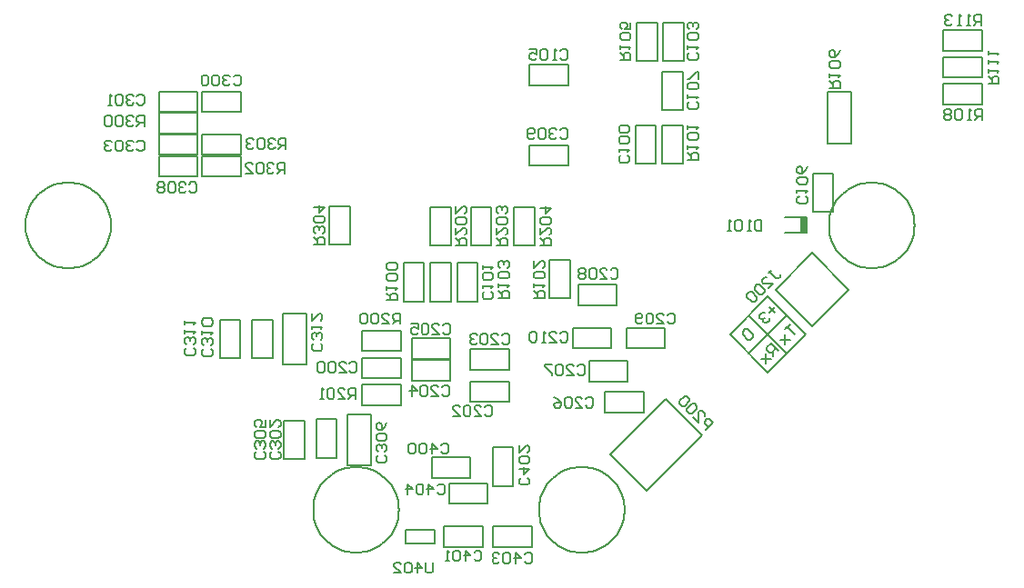
<source format=gbo>
%FSTAX23Y23*%
%MOIN*%
%SFA1B1*%

%IPPOS*%
%ADD39C,0.008000*%
%ADD60R,0.022000X0.055000*%
%LNpendulum-1*%
%LPD*%
G54D39*
X03348Y00689D02*
D01*
X03347Y00699*
X03346Y0071*
X03344Y00721*
X03341Y00732*
X03338Y00742*
X03334Y00752*
X03329Y00762*
X03324Y00772*
X03318Y00781*
X03311Y00789*
X03303Y00798*
X03296Y00805*
X03287Y00812*
X03278Y00819*
X03269Y00824*
X03259Y0083*
X03249Y00834*
X03239Y00838*
X03228Y00841*
X03218Y00843*
X03207Y00845*
X03196Y00845*
X03185*
X03174Y00845*
X03163Y00843*
X03153Y00841*
X03142Y00838*
X03132Y00834*
X03122Y0083*
X03112Y00824*
X03103Y00819*
X03094Y00812*
X03085Y00805*
X03078Y00798*
X0307Y00789*
X03063Y00781*
X03057Y00772*
X03052Y00762*
X03047Y00752*
X03043Y00742*
X0304Y00732*
X03037Y00721*
X03035Y0071*
X03034Y00699*
X03034Y00689*
X03034Y00678*
X03035Y00667*
X03037Y00656*
X0304Y00645*
X03043Y00635*
X03047Y00625*
X03052Y00615*
X03057Y00605*
X03063Y00596*
X0307Y00588*
X03078Y00579*
X03085Y00572*
X03094Y00565*
X03103Y00558*
X03112Y00553*
X03122Y00547*
X03132Y00543*
X03142Y00539*
X03153Y00536*
X03163Y00534*
X03174Y00532*
X03185Y00532*
X03196*
X03207Y00532*
X03218Y00534*
X03228Y00536*
X03239Y00539*
X03249Y00543*
X03259Y00547*
X03269Y00553*
X03278Y00558*
X03287Y00565*
X03296Y00572*
X03303Y00579*
X03311Y00588*
X03318Y00596*
X03324Y00605*
X03329Y00615*
X03334Y00625*
X03338Y00635*
X03341Y00645*
X03344Y00656*
X03346Y00667*
X03347Y00678*
X03348Y00689*
X02521D02*
D01*
X0252Y00699*
X02519Y0071*
X02517Y00721*
X02514Y00732*
X02511Y00742*
X02507Y00752*
X02502Y00762*
X02497Y00772*
X02491Y00781*
X02484Y00789*
X02476Y00798*
X02469Y00805*
X0246Y00812*
X02451Y00819*
X02442Y00824*
X02432Y0083*
X02422Y00834*
X02412Y00838*
X02401Y00841*
X02391Y00843*
X0238Y00845*
X02369Y00845*
X02358*
X02347Y00845*
X02336Y00843*
X02326Y00841*
X02315Y00838*
X02305Y00834*
X02295Y0083*
X02285Y00824*
X02276Y00819*
X02267Y00812*
X02258Y00805*
X02251Y00798*
X02243Y00789*
X02236Y00781*
X0223Y00772*
X02225Y00762*
X0222Y00752*
X02216Y00742*
X02213Y00732*
X0221Y00721*
X02208Y0071*
X02207Y00699*
X02207Y00689*
X02207Y00678*
X02208Y00667*
X0221Y00656*
X02213Y00645*
X02216Y00635*
X0222Y00625*
X02225Y00615*
X0223Y00605*
X02236Y00596*
X02243Y00588*
X02251Y00579*
X02258Y00572*
X02267Y00565*
X02276Y00558*
X02285Y00553*
X02295Y00547*
X02305Y00543*
X02315Y00539*
X02326Y00536*
X02336Y00534*
X02347Y00532*
X02358Y00532*
X02369*
X0238Y00532*
X02391Y00534*
X02401Y00536*
X02412Y00539*
X02422Y00543*
X02432Y00547*
X02442Y00553*
X02451Y00558*
X0246Y00565*
X02469Y00572*
X02476Y00579*
X02484Y00588*
X02491Y00596*
X02497Y00605*
X02502Y00615*
X02507Y00625*
X02511Y00635*
X02514Y00645*
X02517Y00656*
X02519Y00667*
X0252Y00678*
X02521Y00689*
X01466Y01732D02*
D01*
X01465Y01742*
X01464Y01753*
X01462Y01764*
X01459Y01775*
X01456Y01785*
X01452Y01795*
X01447Y01805*
X01442Y01815*
X01436Y01824*
X01429Y01832*
X01421Y01841*
X01414Y01848*
X01405Y01855*
X01396Y01862*
X01387Y01867*
X01377Y01873*
X01367Y01877*
X01357Y01881*
X01346Y01884*
X01336Y01886*
X01325Y01888*
X01314Y01888*
X01303*
X01292Y01888*
X01281Y01886*
X01271Y01884*
X0126Y01881*
X0125Y01877*
X0124Y01873*
X0123Y01867*
X01221Y01862*
X01212Y01855*
X01203Y01848*
X01196Y01841*
X01188Y01832*
X01181Y01824*
X01175Y01815*
X0117Y01805*
X01165Y01795*
X01161Y01785*
X01158Y01775*
X01155Y01764*
X01153Y01753*
X01152Y01742*
X01152Y01732*
X01152Y01721*
X01153Y0171*
X01155Y01699*
X01158Y01688*
X01161Y01678*
X01165Y01668*
X0117Y01658*
X01175Y01648*
X01181Y01639*
X01188Y01631*
X01196Y01622*
X01203Y01615*
X01212Y01608*
X01221Y01601*
X0123Y01596*
X0124Y0159*
X0125Y01586*
X0126Y01582*
X01271Y01579*
X01281Y01577*
X01292Y01575*
X01303Y01575*
X01314*
X01325Y01575*
X01336Y01577*
X01346Y01579*
X01357Y01582*
X01367Y01586*
X01377Y0159*
X01387Y01596*
X01396Y01601*
X01405Y01608*
X01414Y01615*
X01421Y01622*
X01429Y01631*
X01436Y01639*
X01442Y01648*
X01447Y01658*
X01452Y01668*
X01456Y01678*
X01459Y01688*
X01462Y01699*
X01464Y0171*
X01465Y01721*
X01466Y01732*
X04411D02*
D01*
X0441Y01742*
X04409Y01753*
X04407Y01764*
X04404Y01775*
X04401Y01785*
X04397Y01795*
X04392Y01805*
X04387Y01815*
X04381Y01824*
X04374Y01832*
X04366Y01841*
X04359Y01848*
X0435Y01855*
X04341Y01862*
X04332Y01867*
X04322Y01873*
X04312Y01877*
X04302Y01881*
X04291Y01884*
X04281Y01886*
X0427Y01888*
X04259Y01888*
X04248*
X04237Y01888*
X04226Y01886*
X04216Y01884*
X04205Y01881*
X04195Y01877*
X04185Y01873*
X04175Y01867*
X04166Y01862*
X04157Y01855*
X04148Y01848*
X04141Y01841*
X04133Y01832*
X04126Y01824*
X0412Y01815*
X04115Y01805*
X0411Y01795*
X04106Y01785*
X04103Y01775*
X041Y01764*
X04098Y01753*
X04097Y01742*
X04097Y01732*
X04097Y01721*
X04098Y0171*
X041Y01699*
X04103Y01688*
X04106Y01678*
X0411Y01668*
X04115Y01658*
X0412Y01648*
X04126Y01639*
X04133Y01631*
X04141Y01622*
X04148Y01615*
X04157Y01608*
X04166Y01601*
X04175Y01596*
X04185Y0159*
X04195Y01586*
X04205Y01582*
X04216Y01579*
X04226Y01577*
X04237Y01575*
X04248Y01575*
X04259*
X0427Y01575*
X04281Y01577*
X04291Y01579*
X04302Y01582*
X04312Y01586*
X04322Y0159*
X04332Y01596*
X04341Y01601*
X0435Y01608*
X04359Y01615*
X04366Y01622*
X04374Y01631*
X04381Y01639*
X04387Y01648*
X04392Y01658*
X04397Y01668*
X04401Y01678*
X04404Y01688*
X04407Y01699*
X04409Y0171*
X0441Y01721*
X04411Y01732*
X04014Y01705D02*
Y0176D01*
X03935D02*
X04014D01*
X03935Y01705D02*
X04014D01*
X03177Y01439D02*
X03319D01*
X03177Y01514D02*
X03319D01*
X03177Y01439D02*
Y01514D01*
X03319Y01439D02*
Y01514D01*
X03Y02246D02*
X03142D01*
X03Y02321D02*
X03142D01*
X03Y02246D02*
Y02321D01*
X03142Y02246D02*
Y02321D01*
X02266Y01661D02*
Y01803D01*
X02341Y01661D02*
Y01803D01*
X02266D02*
X02341D01*
X02266Y01661D02*
X02341D01*
X01799Y0199D02*
X01941D01*
X01799Y02065D02*
X01941D01*
X01799Y0199D02*
Y02065D01*
X01941Y0199D02*
Y02065D01*
X01799Y01986D02*
X01941D01*
X01799Y01911D02*
X01941D01*
Y01986*
X01799Y01911D02*
Y01986D01*
X01642Y02144D02*
X01783D01*
X01642Y02069D02*
X01783D01*
Y02144*
X01642Y02069D02*
Y02144D01*
X03018Y01657D02*
Y01799D01*
X02943Y01657D02*
Y01799D01*
Y01657D02*
X03018D01*
X02943Y01799D02*
X03018D01*
X0286Y01657D02*
Y01799D01*
X02785Y01657D02*
Y01799D01*
Y01657D02*
X0286D01*
X02785Y01799D02*
X0286D01*
X02711Y01657D02*
Y01799D01*
X02636Y01657D02*
Y01799D01*
Y01657D02*
X02711D01*
X02636Y01799D02*
X02711D01*
X02386Y01073D02*
X02528D01*
X02386Y01148D02*
X02528D01*
X02386Y01073D02*
Y01148D01*
X02528Y01073D02*
Y01148D01*
X02386Y0127D02*
X02528D01*
X02386Y01344D02*
X02528D01*
X02386Y0127D02*
Y01344D01*
X02528Y0127D02*
Y01344D01*
X04516Y02372D02*
X04657D01*
X04516Y02447D02*
X04657D01*
X04516Y02372D02*
Y02447D01*
X04657Y02372D02*
Y02447D01*
X04516Y02274D02*
X04657D01*
X04516Y02348D02*
X04657D01*
X04516Y02274D02*
Y02348D01*
X04657Y02274D02*
Y02348D01*
X04516Y02175D02*
X04657D01*
X04516Y0225D02*
X04657D01*
X04516Y02175D02*
Y0225D01*
X04657Y02175D02*
Y0225D01*
X04091Y02031D02*
X04177D01*
X04091Y0222D02*
X04177D01*
X04091Y02031D02*
Y0222D01*
X04177Y02031D02*
Y0222D01*
X03392Y02335D02*
Y02476D01*
X03467Y02335D02*
Y02476D01*
X03392D02*
X03467D01*
X03392Y02335D02*
X03467D01*
X02809Y01453D02*
Y01594D01*
X02734Y01453D02*
Y01594D01*
Y01453D02*
X02809D01*
X02734Y01594D02*
X02809D01*
X03073Y01465D02*
Y01606D01*
X03148Y01465D02*
Y01606D01*
X03073D02*
X03148D01*
X03073Y01465D02*
X03148D01*
X03486Y01957D02*
Y02098D01*
X03561Y01957D02*
Y02098D01*
X03486D02*
X03561D01*
X03486Y01957D02*
X03561D01*
X02612Y01453D02*
Y01594D01*
X02537Y01453D02*
Y01594D01*
Y01453D02*
X02612D01*
X02537Y01594D02*
X02612D01*
X03Y01951D02*
X03142D01*
X03Y02026D02*
X03142D01*
X03Y01951D02*
Y02026D01*
X03142Y01951D02*
Y02026D01*
X02709Y01242D02*
Y01317D01*
X02567Y01242D02*
Y01317D01*
X02709*
X02567Y01242D02*
X02709D01*
X02567Y01163D02*
X02709D01*
X02567Y01238D02*
X02709D01*
X02567Y01163D02*
Y01238D01*
X02709Y01163D02*
Y01238D01*
X03561Y02154D02*
Y02295D01*
X03486Y02154D02*
Y02295D01*
Y02154D02*
X03561D01*
X03486Y02295D02*
X03561D01*
X03388Y01957D02*
X03463D01*
X03388Y02098D02*
X03463D01*
Y01957D02*
Y02098D01*
X03388Y01957D02*
Y02098D01*
X03565Y02335D02*
Y02476D01*
X0349Y02335D02*
Y02476D01*
Y02335D02*
X03565D01*
X0349Y02476D02*
X03565D01*
X02783Y01159D02*
X02925D01*
X02783Y01085D02*
X02925D01*
Y01159*
X02783Y01085D02*
Y01159D01*
Y01278D02*
X02925D01*
X02783Y01203D02*
X02925D01*
Y01278*
X02783Y01203D02*
Y01278D01*
X02528Y01171D02*
Y01246D01*
X02386Y01171D02*
Y01246D01*
X02528*
X02386Y01171D02*
X02528D01*
X03358Y01159D02*
Y01234D01*
X03217Y01159D02*
Y01234D01*
X03358*
X03217Y01159D02*
X03358D01*
X03417Y01045D02*
Y0112D01*
X03276Y01045D02*
Y0112D01*
X03417*
X03276Y01045D02*
X03417D01*
X03354Y01281D02*
Y01356D01*
X03496Y01281D02*
Y01356D01*
X03354Y01281D02*
X03496D01*
X03354Y01356D02*
X03496D01*
X03157Y01281D02*
Y01356D01*
X03299Y01281D02*
Y01356D01*
X03157Y01281D02*
X03299D01*
X03157Y01356D02*
X03299D01*
X02636Y01453D02*
Y01594D01*
X02711Y01453D02*
Y01594D01*
X02636D02*
X02711D01*
X02636Y01453D02*
X02711D01*
X01799Y02148D02*
Y02222D01*
X01941Y02148D02*
Y02222D01*
X01799Y02148D02*
X01941D01*
X01799Y02222D02*
X01941D01*
X01783Y02148D02*
Y02222D01*
X01642Y02148D02*
Y02222D01*
X01783*
X01642Y02148D02*
X01783D01*
Y0199D02*
Y02065D01*
X01642Y0199D02*
Y02065D01*
X01783*
X01642Y0199D02*
X01783D01*
X02827Y00553D02*
Y00628D01*
X02685Y00553D02*
Y00628D01*
X02827*
X02685Y00553D02*
X02827D01*
X02705Y00711D02*
Y00785D01*
X02846Y00711D02*
Y00785D01*
X02705Y00711D02*
X02846D01*
X02705Y00785D02*
X02846D01*
X02642Y00805D02*
Y0088D01*
X02783Y00805D02*
Y0088D01*
X02642Y00805D02*
X02783D01*
X02642Y0088D02*
X02783D01*
X02864Y00776D02*
X02939D01*
X02864Y00917D02*
X02939D01*
Y00776D02*
Y00917D01*
X02864Y00776D02*
Y00917D01*
X02866Y00553D02*
Y00628D01*
X03008Y00553D02*
Y00628D01*
X02866Y00553D02*
X03008D01*
X02866Y00628D02*
X03008D01*
X02545Y00565D02*
X02652D01*
Y00616*
X02545D02*
X02652D01*
X02545Y00565D02*
Y00616D01*
X02331Y0085D02*
Y01039D01*
X02417Y0085D02*
Y01039D01*
X02331Y0085D02*
X02417D01*
X02331Y01039D02*
X02417D01*
X02219Y00878D02*
X02293D01*
X02219Y0102D02*
X02293D01*
Y00878D02*
Y0102D01*
X02219Y00878D02*
Y0102D01*
X021Y01016D02*
X02175D01*
X021Y00874D02*
X02175D01*
X021D02*
Y01016D01*
X02175Y00874D02*
Y01016D01*
X02094Y0122D02*
Y01409D01*
X02181Y0122D02*
Y01409D01*
X02094Y0122D02*
X02181D01*
X02094Y01409D02*
X02181D01*
X01982Y01244D02*
X02057D01*
X01982Y01386D02*
X02057D01*
Y01244D02*
Y01386D01*
X01982Y01244D02*
Y01386D01*
X01864D02*
X01939D01*
X01864Y01244D02*
X01939D01*
X01864D02*
Y01386D01*
X01939Y01244D02*
Y01386D01*
X01642Y01986D02*
X01783D01*
X01642Y01911D02*
X01783D01*
Y01986*
X01642Y01911D02*
Y01986D01*
X04037Y01921D02*
X04112D01*
X04037Y0178D02*
X04112D01*
X04037D02*
Y01921D01*
X04112Y0178D02*
Y01921D01*
X04035Y0163D02*
X04169Y01496D01*
X04035Y01362D02*
X04169Y01496D01*
X03902D02*
X04035Y01362D01*
X03902Y01496D02*
X04035Y0163D01*
X03499Y01094D02*
X03633Y0096D01*
X0343Y00757D02*
X03633Y0096D01*
X03296Y0089D02*
X0343Y00757D01*
X03296Y0089D02*
X03499Y01094D01*
X03734Y01332D02*
X03873Y01193D01*
X04012Y01332*
X03734D02*
X03873Y01472D01*
X03803Y01402D02*
X03943Y01263D01*
X03873Y01472D02*
X04012Y01332D01*
X03803Y01263D02*
X03943Y01402D01*
X01753Y01883D02*
X0176Y0189D01*
X01773*
X0178Y01883*
Y01857*
X01773Y0185*
X0176*
X01753Y01857*
X0174Y01883D02*
X01734Y0189D01*
X0172*
X01714Y01883*
Y01877*
X0172Y0187*
X01727*
X0172*
X01714Y01864*
Y01857*
X0172Y0185*
X01734*
X0174Y01857*
X01701Y01883D02*
X01694Y0189D01*
X01681*
X01675Y01883*
Y01857*
X01681Y0185*
X01694*
X01701Y01857*
Y01883*
X01661D02*
X01655Y0189D01*
X01642*
X01635Y01883*
Y01877*
X01642Y0187*
X01635Y01864*
Y01857*
X01642Y0185*
X01655*
X01661Y01857*
Y01864*
X01655Y0187*
X01661Y01877*
Y01883*
X01655Y0187D02*
X01642D01*
X03612Y02365D02*
X03618Y02358D01*
Y02345*
X03612Y02339*
X03585*
X03579Y02345*
Y02358*
X03585Y02365*
X03579Y02378D02*
Y02391D01*
Y02385*
X03618*
X03612Y02378*
Y02411D02*
X03618Y02417D01*
Y0243*
X03612Y02437*
X03585*
X03579Y0243*
Y02417*
X03585Y02411*
X03612*
Y0245D02*
X03618Y02457D01*
Y0247*
X03612Y02476*
X03605*
X03598Y0247*
Y02463*
Y0247*
X03592Y02476*
X03585*
X03579Y0247*
Y02457*
X03585Y0245*
X04013Y01837D02*
X0402Y01831D01*
Y01818*
X04013Y01811*
X03987*
X0398Y01818*
Y01831*
X03987Y01837*
X0398Y0185D02*
Y01863D01*
Y01857*
X0402*
X04013Y0185*
Y01883D02*
X0402Y0189D01*
Y01903*
X04013Y01909*
X03987*
X0398Y01903*
Y0189*
X03987Y01883*
X04013*
X0402Y01949D02*
X04013Y01936D01*
X04Y01923*
X03987*
X0398Y01929*
Y01942*
X03987Y01949*
X03993*
X04Y01942*
Y01923*
X03612Y02184D02*
X03618Y02177D01*
Y02164*
X03612Y02157*
X03585*
X03579Y02164*
Y02177*
X03585Y02184*
X03579Y02197D02*
Y0221D01*
Y02203*
X03618*
X03612Y02197*
Y0223D02*
X03618Y02236D01*
Y02249*
X03612Y02256*
X03585*
X03579Y02249*
Y02236*
X03585Y0223*
X03612*
X03618Y02269D02*
Y02295D01*
X03612*
X03585Y02269*
X03579*
X01915Y02277D02*
X01921Y02283D01*
X01934*
X01941Y02277*
Y02251*
X01934Y02244*
X01921*
X01915Y02251*
X01902Y02277D02*
X01895Y02283D01*
X01882*
X01875Y02277*
Y0227*
X01882Y02264*
X01888*
X01882*
X01875Y02257*
Y02251*
X01882Y02244*
X01895*
X01902Y02251*
X01862Y02277D02*
X01856Y02283D01*
X01843*
X01836Y02277*
Y02251*
X01843Y02244*
X01856*
X01862Y02251*
Y02277*
X01823D02*
X01816Y02283D01*
X01803*
X01797Y02277*
Y02251*
X01803Y02244*
X01816*
X01823Y02251*
Y02277*
X0156Y02206D02*
X01567Y02213D01*
X0158*
X01587Y02206*
Y0218*
X0158Y02173*
X01567*
X0156Y0218*
X01547Y02206D02*
X01541Y02213D01*
X01528*
X01521Y02206*
Y02199*
X01528Y02193*
X01534*
X01528*
X01521Y02186*
Y0218*
X01528Y02173*
X01541*
X01547Y0218*
X01508Y02206D02*
X01501Y02213D01*
X01488*
X01482Y02206*
Y0218*
X01488Y02173*
X01501*
X01508Y0218*
Y02206*
X01469Y02173D02*
X01455D01*
X01462*
Y02213*
X01469Y02206*
X0208Y009D02*
X02087Y00894D01*
Y00881*
X0208Y00874*
X02054*
X02047Y00881*
Y00894*
X02054Y009*
X0208Y00913D02*
X02087Y0092D01*
Y00933*
X0208Y0094*
X02073*
X02067Y00933*
Y00926*
Y00933*
X0206Y0094*
X02054*
X02047Y00933*
Y0092*
X02054Y00913*
X0208Y00953D02*
X02087Y00959D01*
Y00972*
X0208Y00979*
X02054*
X02047Y00972*
Y00959*
X02054Y00953*
X0208*
X02047Y01018D02*
Y00992D01*
X02073Y01018*
X0208*
X02087Y01012*
Y00999*
X0208Y00992*
X0156Y02037D02*
X01567Y02043D01*
X0158*
X01587Y02037*
Y0201*
X0158Y02004*
X01567*
X0156Y0201*
X01547Y02037D02*
X01541Y02043D01*
X01528*
X01521Y02037*
Y0203*
X01528Y02024*
X01534*
X01528*
X01521Y02017*
Y0201*
X01528Y02004*
X01541*
X01547Y0201*
X01508Y02037D02*
X01501Y02043D01*
X01488*
X01482Y02037*
Y0201*
X01488Y02004*
X01501*
X01508Y0201*
Y02037*
X01469D02*
X01462Y02043D01*
X01449*
X01442Y02037*
Y0203*
X01449Y02024*
X01455*
X01449*
X01442Y02017*
Y0201*
X01449Y02004*
X01462*
X01469Y0201*
X02025Y009D02*
X02031Y00894D01*
Y00881*
X02025Y00874*
X01999*
X01992Y00881*
Y00894*
X01999Y009*
X02025Y00913D02*
X02031Y0092D01*
Y00933*
X02025Y0094*
X02018*
X02012Y00933*
Y00926*
Y00933*
X02005Y0094*
X01999*
X01992Y00933*
Y0092*
X01999Y00913*
X02025Y00953D02*
X02031Y00959D01*
Y00972*
X02025Y00979*
X01999*
X01992Y00972*
Y00959*
X01999Y00953*
X02025*
X02031Y01018D02*
Y00992D01*
X02012*
X02018Y01005*
Y01012*
X02012Y01018*
X01999*
X01992Y01012*
Y00999*
X01999Y00992*
X0247Y00888D02*
X02476Y00882D01*
Y00869*
X0247Y00862*
X02444*
X02437Y00869*
Y00882*
X02444Y00888*
X0247Y00902D02*
X02476Y00908D01*
Y00921*
X0247Y00928*
X02463*
X02457Y00921*
Y00915*
Y00921*
X0245Y00928*
X02444*
X02437Y00921*
Y00908*
X02444Y00902*
X0247Y00941D02*
X02476Y00947D01*
Y00961*
X0247Y00967*
X02444*
X02437Y00961*
Y00947*
X02444Y00941*
X0247*
X02476Y01007D02*
X0247Y00993D01*
X02457Y0098*
X02444*
X02437Y00987*
Y01*
X02444Y01007*
X0245*
X02457Y01*
Y0098*
X01832Y01278D02*
X01839Y01272D01*
Y01259*
X01832Y01252*
X01806*
X01799Y01259*
Y01272*
X01806Y01278*
X01832Y01291D02*
X01839Y01298D01*
Y01311*
X01832Y01318*
X01825*
X01819Y01311*
Y01304*
Y01311*
X01812Y01318*
X01806*
X01799Y01311*
Y01298*
X01806Y01291*
X01799Y01331D02*
Y01344D01*
Y01337*
X01839*
X01832Y01331*
Y01363D02*
X01839Y0137D01*
Y01383*
X01832Y0139*
X01806*
X01799Y01383*
Y0137*
X01806Y01363*
X01832*
X01769Y01282D02*
X01776Y01276D01*
Y01262*
X01769Y01256*
X01743*
X01736Y01262*
Y01276*
X01743Y01282*
X01769Y01295D02*
X01776Y01302D01*
Y01315*
X01769Y01322*
X01762*
X01756Y01315*
Y01308*
Y01315*
X01749Y01322*
X01743*
X01736Y01315*
Y01302*
X01743Y01295*
X01736Y01335D02*
Y01348D01*
Y01341*
X01776*
X01769Y01335*
X01736Y01367D02*
Y01381D01*
Y01374*
X01776*
X01769Y01367*
X02234Y01298D02*
X0224Y01291D01*
Y01278*
X02234Y01272*
X02207*
X02201Y01278*
Y01291*
X02207Y01298*
X02234Y01311D02*
X0224Y01318D01*
Y01331*
X02234Y01337*
X02227*
X0222Y01331*
Y01324*
Y01331*
X02214Y01337*
X02207*
X02201Y01331*
Y01318*
X02207Y01311*
X02201Y0135D02*
Y01363D01*
Y01357*
X0224*
X02234Y0135*
X02201Y01409D02*
Y01383D01*
X02227Y01409*
X02234*
X0224Y01403*
Y0139*
X02234Y01383*
X02675Y00926D02*
X02681Y00933D01*
X02694*
X02701Y00926*
Y009*
X02694Y00894*
X02681*
X02675Y009*
X02642Y00894D02*
Y00933D01*
X02661Y00913*
X02635*
X02622Y00926D02*
X02616Y00933D01*
X02602*
X02596Y00926*
Y009*
X02602Y00894*
X02616*
X02622Y009*
Y00926*
X02583D02*
X02576Y00933D01*
X02563*
X02556Y00926*
Y009*
X02563Y00894*
X02576*
X02583Y009*
Y00926*
X02797Y00533D02*
X02803Y00539D01*
X02816*
X02823Y00533*
Y00507*
X02816Y005*
X02803*
X02797Y00507*
X02764Y005D02*
Y00539D01*
X02783Y0052*
X02757*
X02744Y00533D02*
X02738Y00539D01*
X02724*
X02718Y00533*
Y00507*
X02724Y005*
X02738*
X02744Y00507*
Y00533*
X02705Y005D02*
X02692D01*
X02698*
Y00539*
X02705Y00533*
X02993Y00806D02*
X03Y00799D01*
Y00786*
X02993Y0078*
X02967*
X02961Y00786*
Y00799*
X02967Y00806*
X02961Y00839D02*
X03D01*
X0298Y00819*
Y00845*
X02993Y00858D02*
X03Y00865D01*
Y00878*
X02993Y00884*
X02967*
X02961Y00878*
Y00865*
X02967Y00858*
X02993*
X02961Y00924D02*
Y00898D01*
X02987Y00924*
X02993*
X03Y00917*
Y00904*
X02993Y00898*
X02982Y00525D02*
X02988Y00531D01*
X03001*
X03008Y00525*
Y00499*
X03001Y00492*
X02988*
X02982Y00499*
X02949Y00492D02*
Y00531D01*
X02969Y00512*
X02942*
X02929Y00525D02*
X02923Y00531D01*
X02909*
X02903Y00525*
Y00499*
X02909Y00492*
X02923*
X02929Y00499*
Y00525*
X0289D02*
X02883Y00531D01*
X0287*
X02864Y00525*
Y00518*
X0287Y00512*
X02877*
X0287*
X02864Y00505*
Y00499*
X0287Y00492*
X02883*
X0289Y00499*
X02663Y00777D02*
X02669Y00783D01*
X02682*
X02689Y00777*
Y00751*
X02682Y00744*
X02669*
X02663Y00751*
X0263Y00744D02*
Y00783D01*
X0265Y00764*
X02623*
X0261Y00777D02*
X02604Y00783D01*
X02591*
X02584Y00777*
Y00751*
X02591Y00744*
X02604*
X0261Y00751*
Y00777*
X02551Y00744D02*
Y00783D01*
X02571Y00764*
X02545*
X03331Y02339D02*
X0337D01*
Y02358*
X03364Y02365*
X0335*
X03344Y02358*
Y02339*
Y02352D02*
X03331Y02365D01*
Y02378D02*
Y02391D01*
Y02385*
X0337*
X03364Y02378*
Y02411D02*
X0337Y02417D01*
Y0243*
X03364Y02437*
X03337*
X03331Y0243*
Y02417*
X03337Y02411*
X03364*
X0337Y02476D02*
Y0245D01*
X0335*
X03357Y02463*
Y0247*
X0335Y02476*
X03337*
X03331Y0247*
Y02457*
X03337Y0245*
X04098Y02236D02*
X04138D01*
Y02256*
X04131Y02262*
X04118*
X04112Y02256*
Y02236*
Y02249D02*
X04098Y02262D01*
Y02276D02*
Y02289D01*
Y02282*
X04138*
X04131Y02276*
Y02308D02*
X04138Y02315D01*
Y02328*
X04131Y02335*
X04105*
X04098Y02328*
Y02315*
X04105Y02308*
X04131*
X04138Y02374D02*
X04131Y02361D01*
X04118Y02348*
X04105*
X04098Y02354*
Y02367*
X04105Y02374*
X04112*
X04118Y02367*
Y02348*
X04657Y02118D02*
Y02157D01*
X04638*
X04631Y02151*
Y02138*
X04638Y02131*
X04657*
X04644D02*
X04631Y02118D01*
X04618D02*
X04605D01*
X04612*
Y02157*
X04618Y02151*
X04585D02*
X04579Y02157D01*
X04566*
X04559Y02151*
Y02125*
X04566Y02118*
X04579*
X04585Y02125*
Y02151*
X04546D02*
X04539Y02157D01*
X04526*
X0452Y02151*
Y02144*
X04526Y02138*
X0452Y02131*
Y02125*
X04526Y02118*
X04539*
X04546Y02125*
Y02131*
X04539Y02138*
X04546Y02144*
Y02151*
X04539Y02138D02*
X04526D01*
X04681Y02252D02*
X0472D01*
Y02272*
X04714Y02278*
X04701*
X04694Y02272*
Y02252*
Y02265D02*
X04681Y02278D01*
Y02291D02*
Y02304D01*
Y02298*
X0472*
X04714Y02291*
X04681Y02324D02*
Y02337D01*
Y02331*
X0472*
X04714Y02324*
X04681Y02357D02*
Y0237D01*
Y02363*
X0472*
X04714Y02357*
X04654Y02465D02*
Y02504D01*
X04634*
X04627Y02497*
Y02484*
X04634Y02478*
X04654*
X0464D02*
X04627Y02465D01*
X04614D02*
X04601D01*
X04608*
Y02504*
X04614Y02497*
X04581Y02465D02*
X04568D01*
X04575*
Y02504*
X04581Y02497*
X04549D02*
X04542Y02504D01*
X04529*
X04522Y02497*
Y02491*
X04529Y02484*
X04535*
X04529*
X04522Y02478*
Y02471*
X04529Y02465*
X04542*
X04549Y02471*
X02728Y01657D02*
X02768D01*
Y01677*
X02761Y01684*
X02748*
X02741Y01677*
Y01657*
Y01671D02*
X02728Y01684D01*
Y01723D02*
Y01697D01*
X02755Y01723*
X02761*
X02768Y01717*
Y01703*
X02761Y01697*
Y01736D02*
X02768Y01743D01*
Y01756*
X02761Y01762*
X02735*
X02728Y01756*
Y01743*
X02735Y01736*
X02761*
X02728Y01802D02*
Y01776D01*
X02755Y01802*
X02761*
X02768Y01795*
Y01782*
X02761Y01776*
X02878Y01657D02*
X02917D01*
Y01677*
X02911Y01684*
X02898*
X02891Y01677*
Y01657*
Y01671D02*
X02878Y01684D01*
Y01723D02*
Y01697D01*
X02904Y01723*
X02911*
X02917Y01717*
Y01703*
X02911Y01697*
Y01736D02*
X02917Y01743D01*
Y01756*
X02911Y01762*
X02885*
X02878Y01756*
Y01743*
X02885Y01736*
X02911*
Y01776D02*
X02917Y01782D01*
Y01795*
X02911Y01802*
X02904*
X02898Y01795*
Y01789*
Y01795*
X02891Y01802*
X02885*
X02878Y01795*
Y01782*
X02885Y01776*
X03039Y01657D02*
X03079D01*
Y01677*
X03072Y01684*
X03059*
X03052Y01677*
Y01657*
Y01671D02*
X03039Y01684D01*
Y01723D02*
Y01697D01*
X03066Y01723*
X03072*
X03079Y01717*
Y01703*
X03072Y01697*
Y01736D02*
X03079Y01743D01*
Y01756*
X03072Y01762*
X03046*
X03039Y01756*
Y01743*
X03046Y01736*
X03072*
X03039Y01795D02*
X03079D01*
X03059Y01776*
Y01802*
X01587Y02094D02*
Y02134D01*
X01567*
X0156Y02127*
Y02114*
X01567Y02108*
X01587*
X01573D02*
X0156Y02094D01*
X01547Y02127D02*
X01541Y02134D01*
X01528*
X01521Y02127*
Y02121*
X01528Y02114*
X01534*
X01528*
X01521Y02108*
Y02101*
X01528Y02094*
X01541*
X01547Y02101*
X01508Y02127D02*
X01501Y02134D01*
X01488*
X01482Y02127*
Y02101*
X01488Y02094*
X01501*
X01508Y02101*
Y02127*
X01469D02*
X01462Y02134D01*
X01449*
X01442Y02127*
Y02101*
X01449Y02094*
X01462*
X01469Y02101*
Y02127*
X02102Y01921D02*
Y01961D01*
X02083*
X02076Y01954*
Y01941*
X02083Y01934*
X02102*
X02089D02*
X02076Y01921D01*
X02063Y01954D02*
X02056Y01961D01*
X02043*
X02037Y01954*
Y01947*
X02043Y01941*
X0205*
X02043*
X02037Y01934*
Y01928*
X02043Y01921*
X02056*
X02063Y01928*
X02024Y01954D02*
X02017Y01961D01*
X02004*
X01997Y01954*
Y01928*
X02004Y01921*
X02017*
X02024Y01928*
Y01954*
X01958Y01921D02*
X01984D01*
X01958Y01947*
Y01954*
X01965Y01961*
X01978*
X01984Y01954*
X02106Y02012D02*
Y02051D01*
X02087*
X0208Y02045*
Y02031*
X02087Y02025*
X02106*
X02093D02*
X0208Y02012D01*
X02067Y02045D02*
X0206Y02051D01*
X02047*
X02041Y02045*
Y02038*
X02047Y02031*
X02054*
X02047*
X02041Y02025*
Y02018*
X02047Y02012*
X0206*
X02067Y02018*
X02028Y02045D02*
X02021Y02051D01*
X02008*
X02001Y02045*
Y02018*
X02008Y02012*
X02021*
X02028Y02018*
Y02045*
X01988D02*
X01982Y02051D01*
X01969*
X01962Y02045*
Y02038*
X01969Y02031*
X01975*
X01969*
X01962Y02025*
Y02018*
X01969Y02012*
X01982*
X01988Y02018*
X02209Y01661D02*
X02248D01*
Y01681*
X02241Y01688*
X02228*
X02222Y01681*
Y01661*
Y01675D02*
X02209Y01688D01*
X02241Y01701D02*
X02248Y01707D01*
Y0172*
X02241Y01727*
X02235*
X02228Y0172*
Y01714*
Y0172*
X02222Y01727*
X02215*
X02209Y0172*
Y01707*
X02215Y01701*
X02241Y0174D02*
X02248Y01747D01*
Y0176*
X02241Y01766*
X02215*
X02209Y0176*
Y01747*
X02215Y0174*
X02241*
X02209Y01799D02*
X02248D01*
X02228Y01779*
Y01806*
X02646Y00496D02*
Y00463D01*
X02639Y00457*
X02626*
X02619Y00463*
Y00496*
X02587Y00457D02*
Y00496D01*
X02606Y00476*
X0258*
X02567Y00489D02*
X0256Y00496D01*
X02547*
X02541Y00489*
Y00463*
X02547Y00457*
X0256*
X02567Y00463*
Y00489*
X02501Y00457D02*
X02528D01*
X02501Y00483*
Y00489*
X02508Y00496*
X02521*
X02528Y00489*
X0336Y01987D02*
X03366Y0198D01*
Y01967*
X0336Y01961*
X03333*
X03327Y01967*
Y0198*
X03333Y01987*
X03327Y02D02*
Y02013D01*
Y02007*
X03366*
X0336Y02*
Y02033D02*
X03366Y02039D01*
Y02052*
X0336Y02059*
X03333*
X03327Y02052*
Y02039*
X03333Y02033*
X0336*
Y02072D02*
X03366Y02079D01*
Y02092*
X0336Y02098*
X03333*
X03327Y02092*
Y02079*
X03333Y02072*
X0336*
X0286Y01487D02*
X02866Y0148D01*
Y01467*
X0286Y01461*
X02833*
X02827Y01467*
Y0148*
X02833Y01487*
X02827Y015D02*
Y01513D01*
Y01507*
X02866*
X0286Y015*
Y01533D02*
X02866Y01539D01*
Y01552*
X0286Y01559*
X02833*
X02827Y01552*
Y01539*
X02833Y01533*
X0286*
X02827Y01572D02*
Y01585D01*
Y01579*
X02866*
X0286Y01572*
X0234Y01226D02*
X02346Y01232D01*
X0236*
X02366Y01226*
Y01199*
X0236Y01193*
X02346*
X0234Y01199*
X02301Y01193D02*
X02327D01*
X02301Y01219*
Y01226*
X02307Y01232*
X0232*
X02327Y01226*
X02287D02*
X02281Y01232D01*
X02268*
X02261Y01226*
Y01199*
X02268Y01193*
X02281*
X02287Y01199*
Y01226*
X02248D02*
X02242Y01232D01*
X02228*
X02222Y01226*
Y01199*
X02228Y01193*
X02242*
X02248Y01199*
Y01226*
X02836Y01064D02*
X02843Y01071D01*
X02856*
X02862Y01064*
Y01038*
X02856Y01031*
X02843*
X02836Y01038*
X02797Y01031D02*
X02823D01*
X02797Y01058*
Y01064*
X02803Y01071*
X02816*
X02823Y01064*
X02783D02*
X02777Y01071D01*
X02764*
X02757Y01064*
Y01038*
X02764Y01031*
X02777*
X02783Y01038*
Y01064*
X02718Y01031D02*
X02744D01*
X02718Y01058*
Y01064*
X02724Y01071*
X02738*
X02744Y01064*
X02899Y01328D02*
X02906Y01335D01*
X02919*
X02925Y01328*
Y01302*
X02919Y01295*
X02906*
X02899Y01302*
X0286Y01295D02*
X02886D01*
X0286Y01322*
Y01328*
X02866Y01335*
X02879*
X02886Y01328*
X02846D02*
X0284Y01335D01*
X02827*
X0282Y01328*
Y01302*
X02827Y01295*
X0284*
X02846Y01302*
Y01328*
X02807D02*
X02801Y01335D01*
X02787*
X02781Y01328*
Y01322*
X02787Y01315*
X02794*
X02787*
X02781Y01308*
Y01302*
X02787Y01295*
X02801*
X02807Y01302*
X02678Y01139D02*
X02685Y01146D01*
X02698*
X02705Y01139*
Y01113*
X02698Y01106*
X02685*
X02678Y01113*
X02639Y01106D02*
X02665D01*
X02639Y01133*
Y01139*
X02646Y01146*
X02659*
X02665Y01139*
X02626D02*
X02619Y01146D01*
X02606*
X026Y01139*
Y01113*
X02606Y01106*
X02619*
X02626Y01113*
Y01139*
X02567Y01106D02*
Y01146D01*
X02587Y01126*
X0256*
X02682Y01364D02*
X02689Y0137D01*
X02702*
X02709Y01364*
Y01337*
X02702Y01331*
X02689*
X02682Y01337*
X02643Y01331D02*
X02669D01*
X02643Y01357*
Y01364*
X0265Y0137*
X02663*
X02669Y01364*
X0263D02*
X02623Y0137D01*
X0261*
X02604Y01364*
Y01337*
X0261Y01331*
X02623*
X0263Y01337*
Y01364*
X02564Y0137D02*
X02591D01*
Y0135*
X02577Y01357*
X02571*
X02564Y0135*
Y01337*
X02571Y01331*
X02584*
X02591Y01337*
X03206Y01096D02*
X03213Y01102D01*
X03226*
X03232Y01096*
Y0107*
X03226Y01063*
X03213*
X03206Y0107*
X03167Y01063D02*
X03193D01*
X03167Y01089*
Y01096*
X03173Y01102*
X03186*
X03193Y01096*
X03154D02*
X03147Y01102D01*
X03134*
X03127Y01096*
Y0107*
X03134Y01063*
X03147*
X03154Y0107*
Y01096*
X03088Y01102D02*
X03101Y01096D01*
X03114Y01083*
Y0107*
X03108Y01063*
X03095*
X03088Y0107*
Y01076*
X03095Y01083*
X03114*
X03175Y01214D02*
X03181Y0122D01*
X03194*
X03201Y01214*
Y01188*
X03194Y01181*
X03181*
X03175Y01188*
X03135Y01181D02*
X03161D01*
X03135Y01207*
Y01214*
X03142Y0122*
X03155*
X03161Y01214*
X03122D02*
X03116Y0122D01*
X03102*
X03096Y01214*
Y01188*
X03102Y01181*
X03116*
X03122Y01188*
Y01214*
X03083Y0122D02*
X03056D01*
Y01214*
X03083Y01188*
Y01181*
X03297Y01568D02*
X03303Y01575D01*
X03316*
X03323Y01568*
Y01542*
X03316Y01535*
X03303*
X03297Y01542*
X03257Y01535D02*
X03283D01*
X03257Y01562*
Y01568*
X03264Y01575*
X03277*
X03283Y01568*
X03244D02*
X03238Y01575D01*
X03224*
X03218Y01568*
Y01542*
X03224Y01535*
X03238*
X03244Y01542*
Y01568*
X03205D02*
X03198Y01575D01*
X03185*
X03179Y01568*
Y01562*
X03185Y01555*
X03179Y01549*
Y01542*
X03185Y01535*
X03198*
X03205Y01542*
Y01549*
X03198Y01555*
X03205Y01562*
Y01568*
X03198Y01555D02*
X03185D01*
X03505Y01403D02*
X03512Y01409D01*
X03525*
X03531Y01403*
Y01377*
X03525Y0137*
X03512*
X03505Y01377*
X03466Y0137D02*
X03492D01*
X03466Y01396*
Y01403*
X03472Y01409*
X03486*
X03492Y01403*
X03453D02*
X03446Y01409D01*
X03433*
X03427Y01403*
Y01377*
X03433Y0137*
X03446*
X03453Y01377*
Y01403*
X03413Y01377D02*
X03407Y0137D01*
X03394*
X03387Y01377*
Y01403*
X03394Y01409*
X03407*
X03413Y01403*
Y01396*
X03407Y0139*
X03387*
X03112Y01336D02*
X03118Y01343D01*
X03131*
X03138Y01336*
Y0131*
X03131Y01303*
X03118*
X03112Y0131*
X03072Y01303D02*
X03098D01*
X03072Y01329*
Y01336*
X03079Y01343*
X03092*
X03098Y01336*
X03059Y01303D02*
X03046D01*
X03053*
Y01343*
X03059Y01336*
X03026D02*
X0302Y01343D01*
X03007*
X03Y01336*
Y0131*
X03007Y01303*
X0302*
X03026Y0131*
Y01336*
X02476Y01457D02*
X02516D01*
Y01476*
X02509Y01483*
X02496*
X02489Y01476*
Y01457*
Y0147D02*
X02476Y01483D01*
Y01496D02*
Y01509D01*
Y01503*
X02516*
X02509Y01496*
Y01529D02*
X02516Y01535D01*
Y01549*
X02509Y01555*
X02483*
X02476Y01549*
Y01535*
X02483Y01529*
X02509*
Y01568D02*
X02516Y01575D01*
Y01588*
X02509Y01594*
X02483*
X02476Y01588*
Y01575*
X02483Y01568*
X02509*
X03579Y01972D02*
X03618D01*
Y01992*
X03612Y01999*
X03598*
X03592Y01992*
Y01972*
Y01986D02*
X03579Y01999D01*
Y02012D02*
Y02025D01*
Y02018*
X03618*
X03612Y02012*
Y02045D02*
X03618Y02051D01*
Y02064*
X03612Y02071*
X03585*
X03579Y02064*
Y02051*
X03585Y02045*
X03612*
X03579Y02084D02*
Y02097D01*
Y02091*
X03618*
X03612Y02084*
X03016Y01465D02*
X03055D01*
Y01484*
X03049Y01491*
X03035*
X03029Y01484*
Y01465*
Y01478D02*
X03016Y01491D01*
Y01504D02*
Y01517D01*
Y0151*
X03055*
X03049Y01504*
Y01537D02*
X03055Y01543D01*
Y01556*
X03049Y01563*
X03022*
X03016Y01556*
Y01543*
X03022Y01537*
X03049*
X03016Y01602D02*
Y01576D01*
X03042Y01602*
X03049*
X03055Y01596*
Y01583*
X03049Y01576*
X02886Y01465D02*
X02925D01*
Y01484*
X02919Y01491*
X02906*
X02899Y01484*
Y01465*
Y01478D02*
X02886Y01491D01*
Y01504D02*
Y01517D01*
Y0151*
X02925*
X02919Y01504*
Y01537D02*
X02925Y01543D01*
Y01556*
X02919Y01563*
X02892*
X02886Y01556*
Y01543*
X02892Y01537*
X02919*
Y01576D02*
X02925Y01583D01*
Y01596*
X02919Y01602*
X02912*
X02906Y01596*
Y01589*
Y01596*
X02899Y01602*
X02892*
X02886Y01596*
Y01583*
X02892Y01576*
X02524Y0137D02*
Y01409D01*
X02504*
X02497Y01403*
Y0139*
X02504Y01383*
X02524*
X02511D02*
X02497Y0137D01*
X02458D02*
X02484D01*
X02458Y01396*
Y01403*
X02465Y01409*
X02478*
X02484Y01403*
X02445D02*
X02438Y01409D01*
X02425*
X02419Y01403*
Y01377*
X02425Y0137*
X02438*
X02445Y01377*
Y01403*
X02406D02*
X02399Y01409D01*
X02386*
X02379Y01403*
Y01377*
X02386Y0137*
X02399*
X02406Y01377*
Y01403*
X02362Y01094D02*
Y01134D01*
X02343*
X02336Y01127*
Y01114*
X02343Y01108*
X02362*
X02349D02*
X02336Y01094D01*
X02297D02*
X02323D01*
X02297Y01121*
Y01127*
X02303Y01134*
X02316*
X02323Y01127*
X02283D02*
X02277Y01134D01*
X02264*
X02257Y01127*
Y01101*
X02264Y01094*
X02277*
X02283Y01101*
Y01127*
X02244Y01094D02*
X02231D01*
X02238*
Y01134*
X02244Y01127*
X03112Y02371D02*
X03118Y02378D01*
X03131*
X03138Y02371*
Y02345*
X03131Y02339*
X03118*
X03112Y02345*
X03098Y02339D02*
X03085D01*
X03092*
Y02378*
X03098Y02371*
X03066D02*
X03059Y02378D01*
X03046*
X03039Y02371*
Y02345*
X03046Y02339*
X03059*
X03066Y02345*
Y02371*
X03Y02378D02*
X03026D01*
Y02358*
X03013Y02365*
X03007*
X03Y02358*
Y02345*
X03007Y02339*
X0302*
X03026Y02345*
X03112Y0208D02*
X03118Y02087D01*
X03131*
X03138Y0208*
Y02054*
X03131Y02047*
X03118*
X03112Y02054*
X03098Y0208D02*
X03092Y02087D01*
X03079*
X03072Y0208*
Y02073*
X03079Y02067*
X03085*
X03079*
X03072Y0206*
Y02054*
X03079Y02047*
X03092*
X03098Y02054*
X03059Y0208D02*
X03053Y02087D01*
X03039*
X03033Y0208*
Y02054*
X03039Y02047*
X03053*
X03059Y02054*
Y0208*
X0302Y02054D02*
X03013Y02047D01*
X03*
X02993Y02054*
Y0208*
X03Y02087*
X03013*
X0302Y0208*
Y02073*
X03013Y02067*
X02993*
X0385Y01752D02*
Y01713D01*
X03831*
X03824Y01719*
Y01745*
X03831Y01752*
X0385*
X03811Y01713D02*
X03798D01*
X03804*
Y01752*
X03811Y01745*
X03778D02*
X03772Y01752D01*
X03759*
X03752Y01745*
Y01719*
X03759Y01713*
X03772*
X03778Y01719*
Y01745*
X03739Y01713D02*
X03726D01*
X03732*
Y01752*
X03739Y01745*
X03875Y01557D02*
X03884Y01566D01*
X0388Y01561*
X03903Y01538*
X03912*
X03917Y01543*
Y01552*
X03875Y01501D02*
X03893Y01519D01*
X03856*
X03852Y01524*
Y01533*
X03861Y01543*
X0387*
X03842Y01515D02*
X03833D01*
X03824Y01505*
Y01496*
X03842Y01478*
X03852*
X03861Y01487*
Y01496*
X03842Y01515*
X03815Y01487D02*
X03805D01*
X03796Y01478*
Y01468*
X03815Y0145*
X03824*
X03833Y01459*
Y01468*
X03815Y01487*
X03646Y0098D02*
X03673Y01008D01*
X0366Y01022*
X0365*
X03641Y01013*
Y01004*
X03655Y0099*
X03599Y01027D02*
X03618Y01008D01*
Y01045*
X03622Y0105*
X03632*
X03641Y01041*
Y01031*
X03613Y01059D02*
Y01068D01*
X03604Y01078*
X03595*
X03576Y01059*
Y0105*
X03585Y01041*
X03595*
X03613Y01059*
X03585Y01087D02*
Y01096D01*
X03576Y01106*
X03567*
X03548Y01087*
Y01078*
X03558Y01068*
X03567*
X03585Y01087*
X038Y0135D02*
X0379D01*
X03781Y01341*
Y01331*
X038Y01313*
X03809*
X03818Y01322*
Y01331*
X038Y0135*
X03954Y01369D02*
X03935Y0135D01*
X03944Y01359*
X03972Y01331*
X03935D02*
Y01294D01*
Y01313*
X03917*
X03954*
X03912Y01271D02*
X03884Y01299D01*
X0387Y01285*
Y01276*
X03879Y01266*
X03889*
X03903Y0128*
X03893Y01271D02*
Y01253D01*
X03866Y01262D02*
Y01225D01*
Y01243*
X03847*
X03884*
X03898Y0143D02*
X03879Y01411D01*
Y0143D02*
X03898Y01411D01*
X03861D02*
X03852D01*
X03842Y01402*
Y01393*
X03847Y01388*
X03856*
X03861Y01393*
X03856Y01388*
Y01379*
X03861Y01374*
X0387*
X03879Y01383*
Y01393*
G54D60*
X04003Y01732D03*
M02*
</source>
